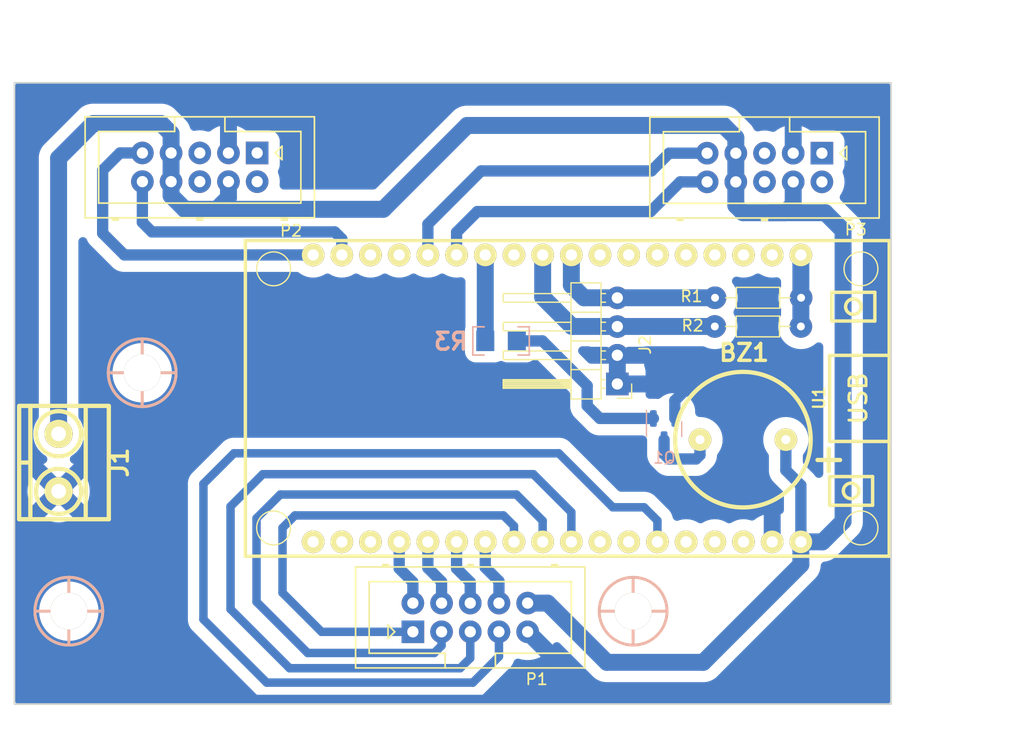
<source format=kicad_pcb>
(kicad_pcb (version 20221018) (generator pcbnew)
  (layers (0 "F.Cu" signal) (31 "B.Cu" signal) (34 "B.Paste" user) (35 "F.Paste" user) (36 "B.SilkS" user "B.Silkscreen") (37 "F.SilkS" user "F.Silkscreen") (38 "B.Mask" user) (39 "F.Mask" user) (44 "Edge.Cuts" user))
  (net 0 "")
  (net 1 "+5V")
  (net 2 "Net-(BZ1-+)")
  (net 3 "GND")
  (net 4 "/PUSH_2")
  (net 5 "/PUSH_1")
  (net 6 "/SENSOR_5")
  (net 7 "/SENSOR_1")
  (net 8 "/SENSOR_6")
  (net 9 "/SENSOR_2")
  (net 10 "/SENSOR_7")
  (net 11 "/SENSOR_3")
  (net 12 "/SENSOR_8")
  (net 13 "/SENSOR_4")
  (net 14 "/M1A")
  (net 15 "/M1B")
  (net 20 "/M2B")
  (net 21 "/M2A")
  (net 22 "Net-(Q1-G)")
  (net 23 "+3V3")
  (net 24 "/BUZZER")
  (footprint "EESTN5-v2:Header_2x05x2.54mm_Vertical" (layer "F.Cu") (at 117.885279 88.324721 180)
    (fp_text reference "P2" (at -8.08 -5.62) (layer "F.SilkS"))
    (fp_text value "HEADER_02X05")
    (fp_line (start -10.15 -4.47) (end 10.15 -4.47) (stroke (width 0.15)) (layer "F.SilkS"))
    (fp_line (start -10.15 4.47) (end -10.15 -4.47) (stroke (width 0.15)) (layer "F.SilkS"))
    (fp_line (start -8.95 -3.17) (end 8.95 -3.17) (stroke (width 0.15)) (layer "F.SilkS"))
    (fp_line (start -8.95 3.17) (end -8.95 -3.17) (stroke (width 0.15)) (layer "F.SilkS"))
    (fp_line (start -7.73 -4.67) (end -7.23 -4.67) (stroke (width 0.15)) (layer "F.SilkS"))
    (fp_line (start -7.73 -4.57) (end -7.23 -4.57) (stroke (width 0.15)) (layer "F.SilkS"))
    (fp_line (start -7.73 -4.47) (end -7.73 -4.67) (stroke (width 0.15)) (layer "F.SilkS"))
    (fp_line (start -7.28 0.67) (end -6.68 1.27) (stroke (width 0.15)) (layer "F.SilkS"))
    (fp_line (start -7.28 1.87) (end -7.28 0.67) (stroke (width 0.15)) (layer "F.SilkS"))
    (fp_line (start -7.23 -4.67) (end -7.23 -4.47) (stroke (width 0.15)) (layer "F.SilkS"))
    (fp_line (start -6.68 1.27) (end -7.28 1.87) (stroke (width 0.15)) (layer "F.SilkS"))
    (fp_line (start -2.225 3.17) (end -8.95 3.17) (stroke (width 0.15)) (layer "F.SilkS"))
    (fp_line (start -2.225 4.47) (end -2.225 3.17) (stroke (width 0.15)) (layer "F.SilkS"))
    (fp_line (start -0.25 -4.67) (end 0.25 -4.67) (stroke (width 0.15)) (layer "F.SilkS"))
    (fp_line (start -0.25 -4.57) (end 0.25 -4.57) (stroke (width 0.15)) (layer "F.SilkS"))
    (fp_line (start -0.25 -4.47) (end -0.25 -4.67) (stroke (width 0.15)) (layer "F.SilkS"))
    (fp_line (start 0.25 -4.67) (end 0.25 -4.47) (stroke (width 0.15)) (layer "F.SilkS"))
    (fp_line (start 2.225 3.17) (end 2.225 4.47) (stroke (width 0.15)) (layer "F.SilkS"))
    (fp_line (start 7.23 -4.67) (end 7.73 -4.67) (stroke (width 0.15)) (layer "F.SilkS"))
    (fp_line (start 7.23 -4.57) (end 7.73 -4.57) (stroke (width 0.15)) (layer "F.SilkS"))
    (fp_line (start 7.23 -4.47) (end 7.23 -4.67) (stroke (width 0.15)) (layer "F.SilkS"))
    (fp_line (start 7.73 -4.67) (end 7.73 -4.47) (stroke (width 0.15)) (layer "F.SilkS"))
    (fp_line (start 8.95 -3.17) (end 8.95 3.17) (stroke (width 0.15)) (layer "F.SilkS"))
    (fp_line (start 8.95 3.17) (end 2.225 3.17) (stroke (width 0.15)) (layer "F.SilkS"))
    (fp_line (start 10.15 -4.47) (end 10.15 4.47) (stroke (width 0.15)) (layer "F.SilkS"))
    (fp_line (start 10.15 4.47) (end -10.15 4.47) (stroke (width 0.15)) (layer "F.SilkS"))
    (pad "1" thru_hole rect (at -5.08 1.27 180) (size 2 2) (drill 1) (layers "*.Cu" "*.Mask"))
    (pad "2" thru_hole circle (at -5.08 -1.27 180) (size 2 2) (drill 1) (layers "*.Cu" "*.Mask"))
    (pad "3" thru_hole circle (at -2.54 1.27 180) (size 2 2) (drill 1) (layers "*.Cu" "*.Mask") (net 3 "GND"))
    (pad "4" thru_hole circle (at -2.54 -1.27 180) (size 2 2) (drill 1) (layers "*.Cu" "*.Mask") (net 1 "+5V"))
    (pad "5" thru_hole circle (at 0 1.27 180) (size 2 2) (drill 1) (layers "*.Cu" "*.Mask"))
    (pad "6" thru_hole circle (at 0 -1.27 180) (size 2 2) (drill 1) (layers "*.Cu" "*.Mask"))
    (pad "7" thru_hole circle (at 2.54 1.27 180) (size 2 2) (drill 1) (layers "*.Cu" "*.Mask") (net 1 "+5V"))
    (pad "8" thru_hole circle (at 2.54 -1.27 180) (size 2 2) (drill 1) (layers "*.Cu" "*.Mask") (net 1 "+5V"))
    (pad "9" thru_hole circle (at 5.08 1.27 180) (size 2 2) (drill 1) (layers "*.Cu" "*.Mask") (net 15 "/M1B"))
    (pad "10" thru_hole circle (at 5.08 -1.27 180) (size 2 2) (drill 1) (layers "*.Cu" "*.Mask") (net 14 "/M1A"))
  )
  (footprint "EESTN5-v2:Separador_M3_5mm" (layer "F.Cu") (at 156.25 127.622221)
    (fp_text reference "H2" hide)
    (fp_text value "Mounting_Hole" hide)
    (fp_line (start -3 0) (end 3 0) (stroke (width 0.254)) (layer "B.SilkS"))
    (fp_line (start 0 -3) (end 0 3) (stroke (width 0.254)) (layer "B.SilkS"))
    (fp_circle (center 0 0) (end 3 0) (stroke (width 0.254)) (fill none) (layer "B.SilkS"))
    (fp_line (start -3 0) (end 3 0) (stroke (width 0.254)) (layer "F.SilkS"))
    (fp_line (start 0 -3) (end 0 3) (stroke (width 0.254)) (layer "F.SilkS"))
    (fp_circle (center 0 0) (end 3 0) (stroke (width 0.254)) (fill none) (layer "F.SilkS"))
    (pad "1" thru_hole circle (at 0 0) (size 3.25 3.25) (drill 3.25) (layers "*.Cu" "F.SilkS"))
  )
  (footprint "EESTN5-v2:ESP32_DEVKIT_V1_DOIT" (layer "F.Cu") (at 148.2401 108.7832)
    (fp_text reference "U1" (at 24.470179 -0.038479 90) (layer "F.SilkS") (effects (font (size 1.016 1.016) (thickness 0.2032))))
    (fp_text value "ESP32_DevKit_V1_DOIT" hide)
    (fp_text user "USB" (at 27.94 0 90) (layer "F.SilkS") (effects (font (size 1.524 1.524) (thickness 0.254))))
    (fp_line (start -26.32 -13.97) (end -26.32 13.97) (stroke (width 0.3048)) (layer "F.SilkS"))
    (fp_line (start -26.32 -13.97) (end 30.68 -13.97) (stroke (width 0.3048)) (layer "F.SilkS"))
    (fp_line (start -26.32 13.97) (end 30.68 13.97) (stroke (width 0.3048)) (layer "F.SilkS"))
    (fp_line (start 25.4 -3.81) (end 25.4 3.81) (stroke (width 0.3048)) (layer "F.SilkS"))
    (fp_line (start 25.4 3.81) (end 30.48 3.81) (stroke (width 0.3048)) (layer "F.SilkS"))
    (fp_line (start 25.4 6.92) (end 29.21 6.92) (stroke (width 0.3048)) (layer "F.SilkS"))
    (fp_line (start 25.4 9.46) (end 25.4 6.92) (stroke (width 0.3048)) (layer "F.SilkS"))
    (fp_line (start 25.6 -9.39) (end 25.6 -6.85) (stroke (width 0.3048)) (layer "F.SilkS"))
    (fp_line (start 25.6 -6.85) (end 29.41 -6.85) (stroke (width 0.3048)) (layer "F.SilkS"))
    (fp_line (start 29.21 6.92) (end 29.21 9.46) (stroke (width 0.3048)) (layer "F.SilkS"))
    (fp_line (start 29.21 9.46) (end 25.4 9.46) (stroke (width 0.3048)) (layer "F.SilkS"))
    (fp_line (start 29.41 -9.39) (end 25.6 -9.39) (stroke (width 0.3048)) (layer "F.SilkS"))
    (fp_line (start 29.41 -6.85) (end 29.41 -9.39) (stroke (width 0.3048)) (layer "F.SilkS"))
    (fp_line (start 30.48 -3.81) (end 25.4 -3.81) (stroke (width 0.3048)) (layer "F.SilkS"))
    (fp_line (start 30.68 13.97) (end 30.68 -13.97) (stroke (width 0.3048)) (layer "F.SilkS"))
    (fp_circle (center -23.82 -11.47) (end -22.32 -11.47) (stroke (width 0.12)) (fill none) (layer "F.SilkS"))
    (fp_circle (center -23.82 11.47) (end -22.32 11.47) (stroke (width 0.12)) (fill none) (layer "F.SilkS"))
    (fp_circle (center 27.305 8.19) (end 27.8765 8.571) (stroke (width 0.3048)) (fill none) (layer "F.SilkS"))
    (fp_circle (center 27.505 -8.12) (end 28.0765 -7.739) (stroke (width 0.3048)) (fill none) (layer "F.SilkS"))
    (fp_circle (center 28.18 -11.47) (end 29.68 -11.47) (stroke (width 0.12)) (fill none) (layer "F.SilkS"))
    (fp_circle (center 28.18 11.47) (end 29.68 11.47) (stroke (width 0.12)) (fill none) (layer "F.SilkS"))
    (pad "1" thru_hole circle (at -20.32 12.7 180) (size 2 2) (drill 1) (layers "*.Cu" "*.Mask" "F.SilkS"))
    (pad "2" thru_hole circle (at -17.78 12.7 180) (size 2 2) (drill 1) (layers "*.Cu" "*.Mask" "F.SilkS"))
    (pad "3" thru_hole circle (at -15.24 12.7 180) (size 2 2) (drill 1) (layers "*.Cu" "*.Mask" "F.SilkS"))
    (pad "4" thru_hole circle (at -12.7 12.7 180) (size 2 2) (drill 1) (layers "*.Cu" "*.Mask" "F.SilkS") (net 7 "/SENSOR_1"))
    (pad "5" thru_hole circle (at -10.16 12.7 180) (size 2 2) (drill 1) (layers "*.Cu" "*.Mask" "F.SilkS") (net 9 "/SENSOR_2"))
    (pad "6" thru_hole circle (at -7.62 12.7 180) (size 2 2) (drill 1) (layers "*.Cu" "*.Mask" "F.SilkS") (net 11 "/SENSOR_3"))
    (pad "7" thru_hole circle (at -5.08 12.7 180) (size 2 2) (drill 1) (layers "*.Cu" "*.Mask" "F.SilkS") (net 13 "/SENSOR_4"))
    (pad "8" thru_hole circle (at -2.54 12.7 180) (size 2 2) (drill 1) (layers "*.Cu" "*.Mask" "F.SilkS") (net 6 "/SENSOR_5"))
    (pad "9" thru_hole circle (at 0 12.7 180) (size 2 2) (drill 1) (layers "*.Cu" "*.Mask" "F.SilkS") (net 8 "/SENSOR_6"))
    (pad "10" thru_hole circle (at 2.54 12.7 180) (size 2 2) (drill 1) (layers "*.Cu" "*.Mask" "F.SilkS") (net 10 "/SENSOR_7"))
    (pad "11" thru_hole circle (at 5.08 12.7 180) (size 2 2) (drill 1) (layers "*.Cu" "*.Mask" "F.SilkS"))
    (pad "12" thru_hole circle (at 7.62 12.7 180) (size 2 2) (drill 1) (layers "*.Cu" "*.Mask" "F.SilkS"))
    (pad "13" thru_hole circle (at 10.16 12.7 180) (size 2 2) (drill 1) (layers "*.Cu" "*.Mask" "F.SilkS") (net 12 "/SENSOR_8"))
    (pad "14" thru_hole circle (at 12.7 12.7 180) (size 2 2) (drill 1) (layers "*.Cu" "*.Mask" "F.SilkS"))
    (pad "15" thru_hole circle (at 15.24 12.7 180) (size 2 2) (drill 1) (layers "*.Cu" "*.Mask" "F.SilkS"))
    (pad "16" thru_hole circle (at 17.78 12.7 180) (size 2 2) (drill 1) (layers "*.Cu" "*.Mask" "F.SilkS"))
    (pad "17" thru_hole circle (at 20.32 12.7 180) (size 2 2) (drill 1) (layers "*.Cu" "*.Mask" "F.SilkS") (net 3 "GND"))
    (pad "18" thru_hole circle (at 22.86 12.7 180) (size 2 2) (drill 1) (layers "*.Cu" "*.Mask" "F.SilkS") (net 1 "+5V"))
    (pad "19" thru_hole circle (at 22.86 -12.7 180) (size 2 2) (drill 1) (layers "*.Cu" "*.Mask" "F.SilkS") (net 23 "+3V3"))
    (pad "20" thru_hole circle (at 20.32 -12.7 180) (size 2 2) (drill 1) (layers "*.Cu" "*.Mask" "F.SilkS"))
    (pad "21" thru_hole circle (at 17.78 -12.7 180) (size 2 2) (drill 1) (layers "*.Cu" "*.Mask" "F.SilkS"))
    (pad "22" thru_hole circle (at 15.24 -12.7 180) (size 2 2) (drill 1) (layers "*.Cu" "*.Mask" "F.SilkS"))
    (pad "23" thru_hole circle (at 12.7 -12.7 180) (size 2 2) (drill 1) (layers "*.Cu" "*.Mask" "F.SilkS"))
    (pad "24" thru_hole circle (at 10.16 -12.7 180) (size 2 2) (drill 1) (layers "*.Cu" "*.Mask" "F.SilkS"))
    (pad "25" thru_hole circle (at 7.62 -12.7 180) (size 2 2) (drill 1) (layers "*.Cu" "*.Mask" "F.SilkS"))
    (pad "26" thru_hole circle (at 5.08 -12.7 180) (size 2 2) (drill 1) (layers "*.Cu" "*.Mask" "F.SilkS"))
    (pad "27" thru_hole circle (at 2.54 -12.7 180) (size 2 2) (drill 1) (layers "*.Cu" "*.Mask" "F.SilkS") (net 5 "/PUSH_1"))
    (pad "28" thru_hole circle (at 0 -12.7 180) (size 2 2) (drill 1) (layers "*.Cu" "*.Mask" "F.SilkS") (net 4 "/PUSH_2"))
    (pad "29" thru_hole circle (at -2.54 -12.7 180) (size 2 2) (drill 1) (layers "*.Cu" "*.Mask" "F.SilkS"))
    (pad "30" thru_hole circle (at -5.08 -12.7 180) (size 2 2) (drill 1) (layers "*.Cu" "*.Mask" "F.SilkS") (net 24 "/BUZZER"))
    (pad "31" thru_hole circle (at -7.62 -12.7 180) (size 2 2) (drill 1) (layers "*.Cu" "*.Mask" "F.SilkS") (net 21 "/M2A"))
    (pad "32" thru_hole circle (at -10.16 -12.7 180) (size 2 2) (drill 1) (layers "*.Cu" "*.Mask" "F.SilkS") (net 20 "/M2B"))
    (pad "33" thru_hole circle (at -12.7 -12.7 180) (size 2 2) (drill 1) (layers "*.Cu" "*.Mask" "F.SilkS"))
    (pad "34" thru_hole circle (at -15.24 -12.7 180) (size 2 2) (drill 1) (layers "*.Cu" "*.Mask" "F.SilkS"))
    (pad "35" thru_hole circle (at -17.78 -12.7 180) (size 2 2) (drill 1) (layers "*.Cu" "*.Mask" "F.SilkS") (net 14 "/M1A"))
    (pad "36" thru_hole circle (at -20.32 -12.7 180) (size 2 2) (drill 1) (layers "*.Cu" "*.Mask" "F.SilkS") (net 15 "/M1B"))
  )
  (footprint "EESTN5-v2:Separador_M3_5mm" (layer "F.Cu") (at 112.787779 106.512221)
    (fp_text reference "H1" hide)
    (fp_text value "Mounting_Hole" hide)
    (fp_line (start -3 0) (end 3 0) (stroke (width 0.254)) (layer "B.SilkS"))
    (fp_line (start 0 -3) (end 0 3) (stroke (width 0.254)) (layer "B.SilkS"))
    (fp_circle (center 0 0) (end 3 0) (stroke (width 0.254)) (fill none) (layer "B.SilkS"))
    (fp_line (start -3 0) (end 3 0) (stroke (width 0.254)) (layer "F.SilkS"))
    (fp_line (start 0 -3) (end 0 3) (stroke (width 0.254)) (layer "F.SilkS"))
    (fp_circle (center 0 0) (end 3 0) (stroke (width 0.254)) (fill none) (layer "F.SilkS"))
    (pad "1" thru_hole circle (at 0 0) (size 3.25 3.25) (drill 3.25) (layers "*.Cu" "F.SilkS"))
  )
  (footprint "EESTN5-v2:Separador_M3_5mm" (layer "F.Cu") (at 106.292779 127.622221)
    (fp_text reference "H3" hide)
    (fp_text value "Mounting_Hole" hide)
    (fp_line (start -3 0) (end 3 0) (stroke (width 0.254)) (layer "B.SilkS"))
    (fp_line (start 0 -3) (end 0 3) (stroke (width 0.254)) (layer "B.SilkS"))
    (fp_circle (center 0 0) (end 3 0) (stroke (width 0.254)) (fill none) (layer "B.SilkS"))
    (fp_line (start -3 0) (end 3 0) (stroke (width 0.254)) (layer "F.SilkS"))
    (fp_line (start 0 -3) (end 0 3) (stroke (width 0.254)) (layer "F.SilkS"))
    (fp_circle (center 0 0) (end 3 0) (stroke (width 0.254)) (fill none) (layer "F.SilkS"))
    (pad "1" thru_hole circle (at 0 0) (size 3.25 3.25) (drill 3.25) (layers "*.Cu" "F.SilkS"))
  )
  (footprint "Connector_PinHeader_2.54mm:PinHeader_1x04_P2.54mm_Horizontal" (layer "F.Cu") (at 154.85 107.505 180)
    (fp_text reference "J2" (at -2.460279 3.460279 90) (layer "F.SilkS"))
    (fp_text value "Conn_01x04_Pin")
    (fp_line (start -1.27 -1.27) (end 0 -1.27) (stroke (width 0.12)) (layer "F.SilkS"))
    (fp_line (start -1.27 0) (end -1.27 -1.27) (stroke (width 0.12)) (layer "F.SilkS"))
    (fp_line (start 1.042929 2.16) (end 1.44 2.16) (stroke (width 0.12)) (layer "F.SilkS"))
    (fp_line (start 1.042929 2.92) (end 1.44 2.92) (stroke (width 0.12)) (layer "F.SilkS"))
    (fp_line (start 1.042929 4.7) (end 1.44 4.7) (stroke (width 0.12)) (layer "F.SilkS"))
    (fp_line (start 1.042929 5.46) (end 1.44 5.46) (stroke (width 0.12)) (layer "F.SilkS"))
    (fp_line (start 1.042929 7.24) (end 1.44 7.24) (stroke (width 0.12)) (layer "F.SilkS"))
    (fp_line (start 1.042929 8) (end 1.44 8) (stroke (width 0.12)) (layer "F.SilkS"))
    (fp_line (start 1.11 -0.38) (end 1.44 -0.38) (stroke (width 0.12)) (layer "F.SilkS"))
    (fp_line (start 1.11 0.38) (end 1.44 0.38) (stroke (width 0.12)) (layer "F.SilkS"))
    (fp_line (start 1.44 -1.33) (end 1.44 8.95) (stroke (width 0.12)) (layer "F.SilkS"))
    (fp_line (start 1.44 1.27) (end 4.1 1.27) (stroke (width 0.12)) (layer "F.SilkS"))
    (fp_line (start 1.44 3.81) (end 4.1 3.81) (stroke (width 0.12)) (layer "F.SilkS"))
    (fp_line (start 1.44 6.35) (end 4.1 6.35) (stroke (width 0.12)) (layer "F.SilkS"))
    (fp_line (start 1.44 8.95) (end 4.1 8.95) (stroke (width 0.12)) (layer "F.SilkS"))
    (fp_line (start 4.1 -1.33) (end 1.44 -1.33) (stroke (width 0.12)) (layer "F.SilkS"))
    (fp_line (start 4.1 -0.38) (end 10.1 -0.38) (stroke (width 0.12)) (layer "F.SilkS"))
    (fp_line (start 4.1 -0.32) (end 10.1 -0.32) (stroke (width 0.12)) (layer "F.SilkS"))
    (fp_line (start 4.1 -0.2) (end 10.1 -0.2) (stroke (width 0.12)) (layer "F.SilkS"))
    (fp_line (start 4.1 -0.08) (end 10.1 -0.08) (stroke (width 0.12)) (layer "F.SilkS"))
    (fp_line (start 4.1 0.04) (end 10.1 0.04) (stroke (width 0.12)) (layer "F.SilkS"))
    (fp_line (start 4.1 0.16) (end 10.1 0.16) (stroke (width 0.12)) (layer "F.SilkS"))
    (fp_line (start 4.1 0.28) (end 10.1 0.28) (stroke (width 0.12)) (layer "F.SilkS"))
    (fp_line (start 4.1 2.16) (end 10.1 2.16) (stroke (width 0.12)) (layer "F.SilkS"))
    (fp_line (start 4.1 4.7) (end 10.1 4.7) (stroke (width 0.12)) (layer "F.SilkS"))
    (fp_line (start 4.1 7.24) (end 10.1 7.24) (stroke (width 0.12)) (layer "F.SilkS"))
    (fp_line (start 4.1 8.95) (end 4.1 -1.33) (stroke (width 0.12)) (layer "F.SilkS"))
    (fp_line (start 10.1 -0.38) (end 10.1 0.38) (stroke (width 0.12)) (layer "F.SilkS"))
    (fp_line (start 10.1 0.38) (end 4.1 0.38) (stroke (width 0.12)) (layer "F.SilkS"))
    (fp_line (start 10.1 2.16) (end 10.1 2.92) (stroke (width 0.12)) (layer "F.SilkS"))
    (fp_line (start 10.1 2.92) (end 4.1 2.92) (stroke (width 0.12)) (layer "F.SilkS"))
    (fp_line (start 10.1 4.7) (end 10.1 5.46) (stroke (width 0.12)) (layer "F.SilkS"))
    (fp_line (start 10.1 5.46) (end 4.1 5.46) (stroke (width 0.12)) (layer "F.SilkS"))
    (fp_line (start 10.1 7.24) (end 10.1 8) (stroke (width 0.12)) (layer "F.SilkS"))
    (fp_line (start 10.1 8) (end 4.1 8) (stroke (width 0.12)) (layer "F.SilkS"))
    (pad "1" thru_hole rect (at 0 0 180) (size 2 2) (drill 1) (layers "*.Cu" "*.Mask") (net 3 "GND"))
    (pad "2" thru_hole oval (at 0 2.54 180) (size 2 2) (drill 1) (layers "*.Cu" "*.Mask") (net 3 "GND"))
    (pad "3" thru_hole oval (at 0 5.08 180) (size 2 2) (drill 1) (layers "*.Cu" "*.Mask") (net 4 "/PUSH_2"))
    (pad "4" thru_hole oval (at 0 7.62 180) (size 2 2) (drill 1) (layers "*.Cu" "*.Mask") (net 5 "/PUSH_1"))
  )
  (footprint "EESTN5-v2:BORNERA2_AZUL" (layer "F.Cu") (at 105.387779 114.462221 -90)
    (fp_text reference "J1" (at 0 -5.4 90) (layer "F.SilkS") (effects (font (size 1.5 1.5) (thickness 0.3))))
    (fp_text value "TB_1X2" hide)
    (fp_line (start -5.0165 -4.445) (end -5.0165 3.4925) (stroke (width 0.381)) (layer "F.SilkS"))
    (fp_line (start -5 -2.4) (end 5 -2.4) (stroke (width 0.381)) (layer "F.SilkS"))
    (fp_line (start -5 2.5) (end 5 2.5) (stroke (width 0.381)) (layer "F.SilkS"))
    (fp_line (start -4.9835 3.4925) (end 5.0165 3.4925) (stroke (width 0.381)) (layer "F.SilkS"))
    (fp_line (start 0 2.54) (end 0 3.4845) (stroke (width 0.381)) (layer "F.SilkS"))
    (fp_line (start 5.0165 -4.445) (end -4.9835 -4.445) (stroke (width 0.381)) (layer "F.SilkS"))
    (fp_line (start 5.0165 3.4925) (end 5.0165 -4.445) (stroke (width 0.381)) (layer "F.SilkS"))
    (fp_circle (center -2.55 0) (end -0.55 0) (stroke (width 0.381)) (fill none) (layer "F.SilkS"))
    (fp_circle (center 2.55 0) (end 0.55 0) (stroke (width 0.381)) (fill none) (layer "F.SilkS"))
    (pad "1" thru_hole circle (at -2.54 0 270) (size 2.5 2.5) (drill 1.3) (layers "*.Cu" "*.Mask" "F.SilkS") (net 1 "+5V"))
    (pad "2" thru_hole circle (at 2.54 0 270) (size 2.5 2.5) (drill 1.3) (layers "*.Cu" "*.Mask" "F.SilkS") (net 3 "GND"))
  )
  (footprint "EESTN5-v2:Buzzer_12mm" (layer "F.Cu") (at 165.97 112.435)
    (fp_text reference "BZ1" (at 0.1 -7.7) (layer "F.SilkS") (effects (font (size 1.5 1.5) (thickness 0.3))))
    (fp_text value "Buzzer" hide)
    (fp_line (start 6.6 1.8) (end 8.6 1.8) (stroke (width 0.37846)) (layer "F.SilkS"))
    (fp_line (start 7.6 2.8) (end 7.6 0.8) (stroke (width 0.37846)) (layer "F.SilkS"))
    (fp_circle (center 0 0) (end -6 0) (stroke (width 0.37846)) (fill none) (layer "F.SilkS"))
    (pad "1" thru_hole circle (at 3.8 0) (size 2 2) (drill 0.8) (layers "*.Cu" "*.Mask" "F.SilkS") (net 1 "+5V"))
    (pad "2" thru_hole circle (at -3.8 0) (size 2 2) (drill 0.8) (layers "*.Cu" "*.Mask" "F.SilkS") (net 2 "Net-(BZ1-+)"))
  )
  (footprint "EESTN5-v2:Header_2x05x2.54mm_Vertical" (layer "F.Cu") (at 167.880279 88.344721 180)
    (fp_text reference "P3" (at -8.08 -5.5) (layer "F.SilkS"))
    (fp_text value "HEADER_02X05")
    (fp_line (start -10.15 -4.47) (end 10.15 -4.47) (stroke (width 0.15)) (layer "F.SilkS"))
    (fp_line (start -10.15 4.47) (end -10.15 -4.47) (stroke (width 0.15)) (layer "F.SilkS"))
    (fp_line (start -8.95 -3.17) (end 8.95 -3.17) (stroke (width 0.15)) (layer "F.SilkS"))
    (fp_line (start -8.95 3.17) (end -8.95 -3.17) (stroke (width 0.15)) (layer "F.SilkS"))
    (fp_line (start -7.73 -4.67) (end -7.23 -4.67) (stroke (width 0.15)) (layer "F.SilkS"))
    (fp_line (start -7.73 -4.57) (end -7.23 -4.57) (stroke (width 0.15)) (layer "F.SilkS"))
    (fp_line (start -7.73 -4.47) (end -7.73 -4.67) (stroke (width 0.15)) (layer "F.SilkS"))
    (fp_line (start -7.28 0.67) (end -6.68 1.27) (stroke (width 0.15)) (layer "F.SilkS"))
    (fp_line (start -7.28 1.87) (end -7.28 0.67) (stroke (width 0.15)) (layer "F.SilkS"))
    (fp_line (start -7.23 -4.67) (end -7.23 -4.47) (stroke (width 0.15)) (layer "F.SilkS"))
    (fp_line (start -6.68 1.27) (end -7.28 1.87) (stroke (width 0.15)) (layer "F.SilkS"))
    (fp_line (start -2.225 3.17) (end -8.95 3.17) (stroke (width 0.15)) (layer "F.SilkS"))
    (fp_line (start -2.225 4.47) (end -2.225 3.17) (stroke (width 0.15)) (layer "F.SilkS"))
    (fp_line (start -0.25 -4.67) (end 0.25 -4.67) (stroke (width 0.15)) (layer "F.SilkS"))
    (fp_line (start -0.25 -4.57) (end 0.25 -4.57) (stroke (width 0.15)) (layer "F.SilkS"))
    (fp_line (start -0.25 -4.47) (end -0.25 -4.67) (stroke (width 0.15)) (layer "F.SilkS"))
    (fp_line (start 0.25 -4.67) (end 0.25 -4.47) (stroke (width 0.15)) (layer "F.SilkS"))
    (fp_line (start 2.225 3.17) (end 2.225 4.47) (stroke (width 0.15)) (layer "F.SilkS"))
    (fp_line (start 7.23 -4.67) (end 7.73 -4.67) (stroke (width 0.15)) (layer "F.SilkS"))
    (fp_line (start 7.23 -4.57) (end 7.73 -4.57) (stroke (width 0.15)) (layer "F.SilkS"))
    (fp_line (start 7.23 -4.47) (end 7.23 -4.67) (stroke (width 0.15)) (layer "F.SilkS"))
    (fp_line (start 7.73 -4.67) (end 7.73 -4.47) (stroke (width 0.15)) (layer "F.SilkS"))
    (fp_line (start 8.95 -3.17) (end 8.95 3.17) (stroke (width 0.15)) (layer "F.SilkS"))
    (fp_line (start 8.95 3.17) (end 2.225 3.17) (stroke (width 0.15)) (layer "F.SilkS"))
    (fp_line (start 10.15 -4.47) (end 10.15 4.47) (stroke (width 0.15)) (layer "F.SilkS"))
    (fp_line (start 10.15 4.47) (end -10.15 4.47) (stroke (width 0.15)) (layer "F.SilkS"))
    (pad "1" thru_hole rect (at -5.08 1.27 180) (size 2 2) (drill 1) (layers "*.Cu" "*.Mask"))
    (pad "2" thru_hole circle (at -5.08 -1.27 180) (size 2 2) (drill 1) (layers "*.Cu" "*.Mask"))
    (pad "3" thru_hole circle (at -2.54 1.27 180) (size 2 2) (drill 1) (layers "*.Cu" "*.Mask") (net 3 "GND"))
    (pad "4" thru_hole circle (at -2.54 -1.27 180) (size 2 2) (drill 1) (layers "*.Cu" "*.Mask") (net 1 "+5V"))
    (pad "5" thru_hole circle (at 0 1.27 180) (size 2 2) (drill 1) (layers "*.Cu" "*.Mask"))
    (pad "6" thru_hole circle (at 0 -1.27 180) (size 2 2) (drill 1) (layers "*.Cu" "*.Mask"))
    (pad "7" thru_hole circle (at 2.54 1.27 180) (size 2 2) (drill 1) (layers "*.Cu" "*.Mask") (net 1 "+5V"))
    (pad "8" thru_hole circle (at 2.54 -1.27 180) (size 2 2) (drill 1) (layers "*.Cu" "*.Mask") (net 1 "+5V"))
    (pad "9" thru_hole circle (at 5.08 1.27 180) (size 2 2) (drill 1) (layers "*.Cu" "*.Mask") (net 20 "/M2B"))
    (pad "10" thru_hole circle (at 5.08 -1.27 180) (size 2 2) (drill 1) (layers "*.Cu" "*.Mask") (net 21 "/M2A"))
  )
  (footprint "Resistor_THT:R_Axial_DIN0204_L3.6mm_D1.6mm_P7.62mm_Horizontal" (layer "F.Cu") (at 171.1001 102.415 180)
    (fp_text reference "R2" (at 9.589821 0.070279) (layer "F.SilkS"))
    (fp_text value "4K7")
    (fp_line (start 0.94 0) (end 1.89 0) (stroke (width 0.12)) (layer "F.SilkS"))
    (fp_line (start 1.89 -0.92) (end 1.89 0.92) (stroke (width 0.12)) (layer "F.SilkS"))
    (fp_line (start 1.89 0.92) (end 5.73 0.92) (stroke (width 0.12)) (layer "F.SilkS"))
    (fp_line (start 5.73 -0.92) (end 1.89 -0.92) (stroke (width 0.12)) (layer "F.SilkS"))
    (fp_line (start 5.73 0.92) (end 5.73 -0.92) (stroke (width 0.12)) (layer "F.SilkS"))
    (fp_line (start 6.68 0) (end 5.73 0) (stroke (width 0.12)) (layer "F.SilkS"))
    (pad "1" thru_hole circle (at 0 0 180) (size 2 2) (drill 0.7) (layers "*.Cu" "*.Mask") (net 23 "+3V3"))
    (pad "2" thru_hole oval (at 7.62 0 180) (size 2 2) (drill 0.7) (layers "*.Cu" "*.Mask") (net 4 "/PUSH_2"))
  )
  (footprint "EESTN5-v2:Header_2x05x2.54mm_Vertical" (layer "F.Cu") (at 141.83 128.175)
    (fp_text reference "P1" (at 5.880279 5.469721) (layer "F.SilkS"))
    (fp_text value "HEADER_02X05")
    (fp_line (start -10.15 -4.47) (end 10.15 -4.47) (stroke (width 0.15)) (layer "F.SilkS"))
    (fp_line (start -10.15 4.47) (end -10.15 -4.47) (stroke (width 0.15)) (layer "F.SilkS"))
    (fp_line (start -8.95 -3.17) (end 8.95 -3.17) (stroke (width 0.15)) (layer "F.SilkS"))
    (fp_line (start -8.95 3.17) (end -8.95 -3.17) (stroke (width 0.15)) (layer "F.SilkS"))
    (fp_line (start -7.73 -4.67) (end -7.23 -4.67) (stroke (width 0.15)) (layer "F.SilkS"))
    (fp_line (start -7.73 -4.57) (end -7.23 -4.57) (stroke (width 0.15)) (layer "F.SilkS"))
    (fp_line (start -7.73 -4.47) (end -7.73 -4.67) (stroke (width 0.15)) (layer "F.SilkS"))
    (fp_line (start -7.28 0.67) (end -6.68 1.27) (stroke (width 0.15)) (layer "F.SilkS"))
    (fp_line (start -7.28 1.87) (end -7.28 0.67) (stroke (width 0.15)) (layer "F.SilkS"))
    (fp_line (start -7.23 -4.67) (end -7.23 -4.47) (stroke (width 0.15)) (layer "F.SilkS"))
    (fp_line (start -6.68 1.27) (end -7.28 1.87) (stroke (width 0.15)) (layer "F.SilkS"))
    (fp_line (start -2.225 3.17) (end -8.95 3.17) (stroke (width 0.15)) (layer "F.SilkS"))
    (fp_line (start -2.225 4.47) (end -2.225 3.17) (stroke (width 0.15)) (layer "F.SilkS"))
    (fp_line (start -0.25 -4.67) (end 0.25 -4.67) (stroke (width 0.15)) (layer "F.SilkS"))
    (fp_line (start -0.25 -4.57) (end 0.25 -4.57) (stroke (width 0.15)) (layer "F.SilkS"))
    (fp_line (start -0.25 -4.47) (end -0.25 -4.67) (stroke (width 0.15)) (layer "F.SilkS"))
    (fp_line (start 0.25 -4.67) (end 0.25 -4.47) (stroke (width 0.15)) (layer "F.SilkS"))
    (fp_line (start 2.225 3.17) (end 2.225 4.47) (stroke (width 0.15)) (layer "F.SilkS"))
    (fp_line (start 7.23 -4.67) (end 7.73 -4.67) (stroke (width 0.15)) (layer "F.SilkS"))
    (fp_line (start 7.23 -4.57) (end 7.73 -4.57) (stroke (width 0.15)) (layer "F.SilkS"))
    (fp_line (start 7.23 -4.47) (end 7.23 -4.67) (stroke (width 0.15)) (layer "F.SilkS"))
    (fp_line (start 7.73 -4.67) (end 7.73 -4.47) (stroke (width 0.15)) (layer "F.SilkS"))
    (fp_line (start 8.95 -3.17) (end 8.95 3.17) (stroke (width 0.15)) (layer "F.SilkS"))
    (fp_line (start 8.95 3.17) (end 2.225 3.17) (stroke (width 0.15)) (layer "F.SilkS"))
    (fp_line (start 10.15 -4.47) (end 10.15 4.47) (stroke (width 0.15)) (layer "F.SilkS"))
    (fp_line (start 10.15 4.47) (end -10.15 4.47) (stroke (width 0.15)) (layer "F.SilkS"))
    (pad "1" thru_hole rect (at -5.08 1.27) (size 2 2) (drill 1) (layers "*.Cu" "*.Mask") (net 6 "/SENSOR_5"))
    (pad "2" thru_hole circle (at -5.08 -1.27) (size 2 2) (drill 1) (layers "*.Cu" "*.Mask") (net 7 "/SENSOR_1"))
    (pad "3" thru_hole circle (at -2.54 1.27) (size 2 2) (drill 1) (layers "*.Cu" "*.Mask") (net 8 "/SENSOR_6"))
    (pad "4" thru_hole circle (at -2.54 -1.27) (size 2 2) (drill 1) (layers "*.Cu" "*.Mask") (net 9 "/SENSOR_2"))
    (pad "5" thru_hole circle (at 0 1.27) (size 2 2) (drill 1) (layers "*.Cu" "*.Mask") (net 10 "/SENSOR_7"))
    (pad "6" thru_hole circle (at 0 -1.27) (size 2 2) (drill 1) (layers "*.Cu" "*.Mask") (net 11 "/SENSOR_3"))
    (pad "7" thru_hole circle (at 2.54 1.27) (size 2 2) (drill 1) (layers "*.Cu" "*.Mask") (net 12 "/SENSOR_8"))
    (pad "8" thru_hole circle (at 2.54 -1.27) (size 2 2) (drill 1) (layers "*.Cu" "*.Mask") (net 13 "/SENSOR_4"))
    (pad "9" thru_hole circle (at 5.08 1.27) (size 2 2) (drill 1) (layers "*.Cu" "*.Mask") (net 3 "GND"))
    (pad "10" thru_hole circle (at 5.08 -1.27) (size 2 2) (drill 1) (layers "*.Cu" "*.Mask") (net 1 "+5V"))
  )
  (footprint "Resistor_THT:R_Axial_DIN0204_L3.6mm_D1.6mm_P7.62mm_Horizontal" (layer "F.Cu") (at 171.120279 99.875 180)
    (fp_text reference "R1" (at 9.71 0.130279) (layer "F.SilkS"))
    (fp_text value "4K7")
    (fp_line (start 0.94 0) (end 1.89 0) (stroke (width 0.12)) (layer "F.SilkS"))
    (fp_line (start 1.89 -0.92) (end 1.89 0.92) (stroke (width 0.12)) (layer "F.SilkS"))
    (fp_line (start 1.89 0.92) (end 5.73 0.92) (stroke (width 0.12)) (layer "F.SilkS"))
    (fp_line (start 5.73 -0.92) (end 1.89 -0.92) (stroke (width 0.12)) (layer "F.SilkS"))
    (fp_line (start 5.73 0.92) (end 5.73 -0.92) (stroke (width 0.12)) (layer "F.SilkS"))
    (fp_line (start 6.68 0) (end 5.73 0) (stroke (width 0.12)) (layer "F.SilkS"))
    (pad "1" thru_hole circle (at 0 0 180) (size 2 2) (drill 0.7) (layers "*.Cu" "*.Mask") (net 23 "+3V3"))
    (pad "2" thru_hole oval (at 7.62 0 180) (size 2 2) (drill 0.7) (layers "*.Cu" "*.Mask") (net 5 "/PUSH_1"))
  )
  (footprint "Package_TO_SOT_SMD:SOT-23" (layer "B.Cu") (at 158.99 111.4975 -90)
    (fp_text reference "Q1" (at 2.547221 -0.020279) (layer "B.SilkS") (effects (justify mirror)))
    (fp_text value "2N7002")
    (fp_line (start 0 -1.56) (end -0.65 -1.56) (stroke (width 0.12)) (layer "B.SilkS"))
    (fp_line (start 0 -1.56) (end 0.65 -1.56) (stroke (width 0.12)) (layer "B.SilkS"))
    (fp_line (start 0 1.56) (end -1.675 1.56) (stroke (width 0.12)) (layer "B.SilkS"))
    (fp_line (start 0 1.56) (end 0.65 1.56) (stroke (width 0.12)) (layer "B.SilkS"))
    (pad "1" smd roundrect (at -0.9375 0.95 270) (size 1.475 0.6) (layers "B.Cu" "B.Paste" "B.Mask") (net 22 "Net-(Q1-G)"))
    (pad "2" smd roundrect (at -0.9375 -0.95 270) (size 1.475 0.6) (layers "B.Cu" "B.Paste" "B.Mask") (net 3 "GND"))
    (pad "3" smd roundrect (at 0.9375 0 270) (size 1.475 0.6) (layers "B.Cu" "B.Paste" "B.Mask") (net 2 "Net-(BZ1-+)"))
  )
  (footprint "EESTN5-v2:R_1206" (layer "B.Cu") (at 144.5571 103.695)
    (fp_text reference "R3" (at -4.446821 0.049721) (layer "B.SilkS") (effects (font (size 1.5 1.5) (thickness 0.3)) (justify mirror)))
    (fp_text value "10K" hide)
    (fp_line (start -2.5 -1.25) (end -1.5 -1.25) (stroke (width 0.15)) (layer "B.SilkS"))
    (fp_line (start -2.5 1.25) (end -2.5 -1.25) (stroke (width 0.15)) (layer "B.SilkS"))
    (fp_line (start -1.5 1.25) (end -2.5 1.25) (stroke (width 0.15)) (layer "B.SilkS"))
    (fp_line (start 1.5 -1.25) (end 2.5 -1.25) (stroke (width 0.15)) (layer "B.SilkS"))
    (fp_line (start 1.5 1.25) (end 2.5 1.25) (stroke (width 0.15)) (layer "B.SilkS"))
    (fp_line (start 2.5 -1.25) (end 2.5 1.25) (stroke (width 0.15)) (layer "B.SilkS"))
    (pad "1" smd rect (at 1.397 0) (size 1.6002 1.8034) (layers "B.Cu" "B.Paste" "B.Mask") (net 22 "Net-(Q1-G)"))
    (pad "2" smd rect (at -1.397 0) (size 1.6002 1.8034) (layers "B.Cu" "B.Paste" "B.Mask") (net 24 "/BUZZER"))
  )
  (gr_rect (start 101.48 80.845) (end 179.08 135.845) (stroke (width 0.15)) (fill none) (layer "Edge.Cuts"))
  (segment (start 169.77 115.145) (end 171.1001 116.4751) (width 1) (layer "B.Cu") (net 1))
  (segment (start 164.260279 84.619721) (end 165.340279 85.699721) (width 1.5) (layer "B.Cu") (net 1))
  (segment (start 116.560279 92.044721) (end 115.345279 90.829721) (width 1.5) (layer "B.Cu") (net 1))
  (segment (start 120.425279 91.008934) (end 119.864492 91.569721) (width 1.5) (layer "B.Cu") (net 1))
  (segment (start 174.835279 119.669721) (end 173.0218 121.4832) (width 1.5) (layer "B.Cu") (net 1))
  (segment (start 119.389492 92.044721) (end 134.130279 92.044721) (width 1.5) (layer "B.Cu") (net 1))
  (segment (start 115.345279 85.339721) (end 114.450279 84.444721) (width 1.5) (layer "B.Cu") (net 1))
  (segment (start 169.685279 92.344721) (end 170.420279 91.609721) (width 1.5) (layer "B.Cu") (net 1))
  (segment (start 108.455279 84.444721) (end 105.387779 87.512221) (width 1.5) (layer "B.Cu") (net 1))
  (segment (start 141.555279 84.619721) (end 164.260279 84.619721) (width 1.5) (layer "B.Cu") (net 1))
  (segment (start 146.91 126.905) (end 148.68 126.905) (width 1.5) (layer "B.Cu") (net 1))
  (segment (start 165.985279 92.344721) (end 168.410279 92.344721) (width 1.5) (layer "B.Cu") (net 1))
  (segment (start 115.345279 87.054721) (end 115.345279 85.339721) (width 1.5) (layer "B.Cu") (net 1))
  (segment (start 115.345279 89.594721) (end 115.345279 87.054721) (width 1.5) (layer "B.Cu") (net 1))
  (segment (start 171.1001 123.5049) (end 171.1001 121.4832) (width 1.5) (layer "B.Cu") (net 1))
  (segment (start 134.130279 92.044721) (end 141.555279 84.619721) (width 1.5) (layer "B.Cu") (net 1))
  (segment (start 169.77 112.435) (end 169.77 115.145) (width 1) (layer "B.Cu") (net 1))
  (segment (start 165.340279 91.699721) (end 165.985279 92.344721) (width 1.5) (layer "B.Cu") (net 1))
  (segment (start 153.925 132.15) (end 162.455 132.15) (width 1.5) (layer "B.Cu") (net 1))
  (segment (start 120.425279 89.594721) (end 120.425279 91.008934) (width 1.5) (layer "B.Cu") (net 1))
  (segment (start 148.68 126.905) (end 153.925 132.15) (width 1.5) (layer "B.Cu") (net 1))
  (segment (start 168.410279 92.344721) (end 169.685279 92.344721) (width 1.5) (layer "B.Cu") (net 1))
  (segment (start 105.387779 87.512221) (end 105.387779 111.922221) (width 1.5) (layer "B.Cu") (net 1))
  (segment (start 162.455 132.15) (end 171.1001 123.5049) (width 1.5) (layer "B.Cu") (net 1))
  (segment (start 165.340279 87.074721) (end 165.340279 89.614721) (width 1.5) (layer "B.Cu") (net 1))
  (segment (start 115.345279 90.829721) (end 115.345279 89.594721) (width 1.5) (layer "B.Cu") (net 1))
  (segment (start 119.389492 92.044721) (end 116.560279 92.044721) (width 1.5) (layer "B.Cu") (net 1))
  (segment (start 171.1001 116.4751) (end 171.1001 121.4832) (width 1) (layer "B.Cu") (net 1))
  (segment (start 114.450279 84.444721) (end 108.455279 84.444721) (width 1.5) (layer "B.Cu") (net 1))
  (segment (start 174.835279 93.919721) (end 174.835279 119.669721) (width 1.5) (layer "B.Cu") (net 1))
  (segment (start 168.410279 92.344721) (end 173.260279 92.344721) (width 1.5) (layer "B.Cu") (net 1))
  (segment (start 165.340279 85.699721) (end 165.340279 87.074721) (width 1.5) (layer "B.Cu") (net 1))
  (segment (start 173.0218 121.4832) (end 171.1001 121.4832) (width 1.5) (layer "B.Cu") (net 1))
  (segment (start 170.420279 91.609721) (end 170.420279 89.614721) (width 1.5) (layer "B.Cu") (net 1))
  (segment (start 165.340279 89.614721) (end 165.340279 91.699721) (width 1.5) (layer "B.Cu") (net 1))
  (segment (start 119.864492 91.569721) (end 119.389492 92.044721) (width 1.5) (layer "B.Cu") (net 1))
  (segment (start 173.260279 92.344721) (end 174.835279 93.919721) (width 1.5) (layer "B.Cu") (net 1))
  (segment (start 161.82 114.145) (end 162.17 113.795) (width 1) (layer "B.Cu") (net 2))
  (segment (start 159.42 114.145) (end 161.82 114.145) (width 1) (layer "B.Cu") (net 2))
  (segment (start 158.99 113.715) (end 159.42 114.145) (width 1) (layer "B.Cu") (net 2))
  (segment (start 162.17 113.795) (end 162.17 112.435) (width 1) (layer "B.Cu") (net 2))
  (segment (start 158.99 112.435) (end 158.99 113.715) (width 1) (layer "B.Cu") (net 2))
  (segment (start 146.91 129.445) (end 148.57 131.105) (width 0.75) (layer "B.Cu") (net 3))
  (segment (start 149.87 110.345) (end 155.77 116.245) (width 1) (layer "B.Cu") (net 3))
  (segment (start 159.94 108.975) (end 160.97 107.945) (width 1) (layer "B.Cu") (net 3))
  (segment (start 159.94 110.56) (end 159.94 108.975) (width 1) (layer "B.Cu") (net 3))
  (segment (start 155.77 116.245) (end 166.07 116.245) (width 1) (layer "B.Cu") (net 3))
  (segment (start 121.225 135.47) (end 148.375 135.47) (width 0.75) (layer "B.Cu") (net 3))
  (segment (start 148.57 131.105) (end 148.57 132.495) (width 0.75) (layer "B.Cu") (net 3))
  (segment (start 168.5601 118.7351) (end 166.07 116.245) (width 1.5) (layer "B.Cu") (net 3))
  (segment (start 148.57 132.495) (end 145.670279 135.394721) (width 0.75) (layer "B.Cu") (net 3))
  (segment (start 168.5601 121.4832) (end 168.5601 118.7351) (width 1.5) (layer "B.Cu") (net 3))
  (segment (start 120.425279 87.054721) (end 120.425279 84.334721) (width 1.5) (layer "B.Cu") (net 3))
  (segment (start 120.425279 84.334721) (end 120.410279 84.319721) (width 1.5) (layer "B.Cu") (net 3))
  (segment (start 145.670279 135.394721) (end 122.560279 135.394721) (width 0.75) (layer "B.Cu") (net 3))
  (segment (start 170.420279 87.074721) (end 170.420279 84.154721) (width 1.5) (layer "B.Cu") (net 3))
  (segment (start 170.420279 84.154721) (end 170.410279 84.144721) (width 1.5) (layer "B.Cu") (net 3))
  (segment (start 154.8625 102.415) (end 150.84 102.415) (width 1.5) (layer "B.Cu") (net 4))
  (segment (start 150.84 102.415) (end 148.2401 99.8151) (width 1.5) (layer "B.Cu") (net 4))
  (segment (start 148.2401 99.8151) (end 148.2401 96.0832) (width 1.5) (layer "B.Cu") (net 4))
  (segment (start 163.4801 102.415) (end 154.8625 102.415) (width 1.5) (layer "B.Cu") (net 4))
  (segment (start 150.7801 98.7551) (end 150.7801 96.0832) (width 1.5) (layer "B.Cu") (net 5))
  (segment (start 151.9 99.875) (end 150.7801 98.7551) (width 1.5) (layer "B.Cu") (net 5))
  (segment (start 163.500279 99.875) (end 151.9 99.875) (width 1.5) (layer "B.Cu") (net 5))
  (segment (start 136.745 129.45) (end 136.75 129.445) (width 0.75) (layer "B.Cu") (net 6))
  (segment (start 128.665558 129.45) (end 136.745 129.45) (width 0.75) (layer "B.Cu") (net 6))
  (segment (start 125.210279 120.244721) (end 125.210279 125.994721) (width 0.75) (layer "B.Cu") (net 6))
  (segment (start 145.7001 121.4832) (end 145.7001 120.0751) (width 0.75) (layer "B.Cu") (net 6))
  (segment (start 126.31 119.145) (end 125.210279 120.244721) (width 0.75) (layer "B.Cu") (net 6))
  (segment (start 145.7001 120.0751) (end 144.77 119.145) (width 0.75) (layer "B.Cu") (net 6))
  (segment (start 144.77 119.145) (end 126.31 119.145) (width 0.75) (layer "B.Cu") (net 6))
  (segment (start 125.210279 125.994721) (end 128.665558 129.45) (width 0.75) (layer "B.Cu") (net 6))
  (segment (start 135.5401 123.8351) (end 135.5401 121.4832) (width 1) (layer "B.Cu") (net 7))
  (segment (start 136.75 126.905) (end 136.75 125.045) (width 1) (layer "B.Cu") (net 7))
  (segment (start 136.75 125.045) (end 135.5401 123.8351) (width 1) (layer "B.Cu") (net 7))
  (segment (start 125.010279 117.294721) (end 145.919721 117.294721) (width 0.75) (layer "B.Cu") (net 8))
  (segment (start 148.2401 121.4749) (end 148.24 121.475) (width 0.75) (layer "B.Cu") (net 8))
  (segment (start 122.910279 126.794721) (end 122.910279 119.394721) (width 0.75) (layer "B.Cu") (net 8))
  (segment (start 122.910279 119.394721) (end 125.010279 117.294721) (width 0.75) (layer "B.Cu") (net 8))
  (segment (start 148.2401 119.6151) (end 148.2401 121.4749) (width 0.75) (layer "B.Cu") (net 8))
  (segment (start 139.29 129.445) (end 139.29 130.675) (width 0.75) (layer "B.Cu") (net 8))
  (segment (start 145.919721 117.294721) (end 148.2401 119.6151) (width 0.75) (layer "B.Cu") (net 8))
  (segment (start 139.29 130.675) (end 138.645279 131.319721) (width 0.75) (layer "B.Cu") (net 8))
  (segment (start 138.645279 131.319721) (end 127.435279 131.319721) (width 0.75) (layer "B.Cu") (net 8))
  (segment (start 127.435279 131.319721) (end 122.910279 126.794721) (width 0.75) (layer "B.Cu") (net 8))
  (segment (start 138.0801 123.8001) (end 138.0801 121.4832) (width 1) (layer "B.Cu") (net 9))
  (segment (start 139.29 126.905) (end 139.29 125.01) (width 1) (layer "B.Cu") (net 9))
  (segment (start 139.29 125.01) (end 138.0801 123.8001) (width 1) (layer "B.Cu") (net 9))
  (segment (start 125.835279 132.669721) (end 120.610279 127.444721) (width 0.75) (layer "B.Cu") (net 10))
  (segment (start 120.610279 127.444721) (end 120.610279 118.344721) (width 0.75) (layer "B.Cu") (net 10))
  (segment (start 141.83 131.775) (end 140.935279 132.669721) (width 0.75) (layer "B.Cu") (net 10))
  (segment (start 120.610279 118.344721) (end 123.460279 115.494721) (width 0.75) (layer "B.Cu") (net 10))
  (segment (start 150.7801 118.8551) (end 150.7801 121.4832) (width 0.75) (layer "B.Cu") (net 10))
  (segment (start 123.460279 115.494721) (end 147.419721 115.494721) (width 0.75) (layer "B.Cu") (net 10))
  (segment (start 141.83 129.445) (end 141.83 131.775) (width 0.75) (layer "B.Cu") (net 10))
  (segment (start 140.935279 132.669721) (end 125.835279 132.669721) (width 0.75) (layer "B.Cu") (net 10))
  (segment (start 147.419721 115.494721) (end 150.7801 118.8551) (width 0.75) (layer "B.Cu") (net 10))
  (segment (start 141.83 125.05) (end 140.6201 123.8401) (width 1) (layer "B.Cu") (net 11))
  (segment (start 141.83 126.905) (end 141.83 125.05) (width 1) (layer "B.Cu") (net 11))
  (segment (start 140.6201 123.8401) (end 140.6201 121.4832) (width 1) (layer "B.Cu") (net 11))
  (segment (start 118.210279 116.344721) (end 118.210279 128.344721) (width 0.75) (layer "B.Cu") (net 12))
  (segment (start 158.4 119.605) (end 157.22 118.425) (width 0.75) (layer "B.Cu") (net 12))
  (segment (start 149.669721 113.644721) (end 120.910279 113.644721) (width 0.75) (layer "B.Cu") (net 12))
  (segment (start 158.4 121.475) (end 158.4 119.605) (width 0.75) (layer "B.Cu") (net 12))
  (segment (start 144.37 131.635) (end 144.37 129.445) (width 0.75) (layer "B.Cu") (net 12))
  (segment (start 157.22 118.425) (end 154.45 118.425) (width 0.75) (layer "B.Cu") (net 12))
  (segment (start 118.210279 128.344721) (end 123.810279 133.944721) (width 0.75) (layer "B.Cu") (net 12))
  (segment (start 120.910279 113.644721) (end 118.210279 116.344721) (width 0.75) (layer "B.Cu") (net 12))
  (segment (start 154.45 118.425) (end 149.669721 113.644721) (width 0.75) (layer "B.Cu") (net 12))
  (segment (start 123.810279 133.944721) (end 142.060279 133.944721) (width 0.75) (layer "B.Cu") (net 12))
  (segment (start 142.060279 133.944721) (end 144.37 131.635) (width 0.75) (layer "B.Cu") (net 12))
  (segment (start 143.1601 123.7551) (end 143.1601 121.4832) (width 1) (layer "B.Cu") (net 13))
  (segment (start 144.37 126.905) (end 144.37 124.965) (width 1) (layer "B.Cu") (net 13))
  (segment (start 144.37 124.965) (end 143.1601 123.7551) (width 1) (layer "B.Cu") (net 13))
  (segment (start 130.4601 94.668987) (end 130.4601 96.0832) (width 1) (layer "B.Cu") (net 14))
  (segment (start 112.805279 93.204721) (end 113.645279 94.044721) (width 1) (layer "B.Cu") (net 14))
  (segment (start 113.645279 94.044721) (end 129.835834 94.044721) (width 1) (layer "B.Cu") (net 14))
  (segment (start 112.805279 89.594721) (end 112.805279 93.204721) (width 1) (layer "B.Cu") (net 14))
  (segment (start 129.835834 94.044721) (end 130.4601 94.668987) (width 1) (layer "B.Cu") (net 14))
  (segment (start 111.208758 96.0832) (end 109.287779 94.162221) (width 1) (layer "B.Cu") (net 15))
  (segment (start 109.287779 94.162221) (end 109.287779 88.589721) (width 1) (layer "B.Cu") (net 15))
  (segment (start 110.822779 87.054721) (end 112.805279 87.054721) (width 1) (layer "B.Cu") (net 15))
  (segment (start 109.287779 88.589721) (end 110.822779 87.054721) (width 1) (layer "B.Cu") (net 15))
  (segment (start 127.9201 96.0832) (end 111.208758 96.0832) (width 1) (layer "B.Cu") (net 15))
  (segment (start 159.440279 87.074721) (end 157.870279 88.644721) (width 1) (layer "B.Cu") (net 20))
  (segment (start 157.870279 88.644721) (end 142.790279 88.644721) (width 1) (layer "B.Cu") (net 20))
  (segment (start 142.790279 88.644721) (end 138.0801 93.3549) (width 1) (layer "B.Cu") (net 20))
  (segment (start 162.800279 87.074721) (end 159.440279 87.074721) (width 1) (layer "B.Cu") (net 20))
  (segment (start 138.0801 93.3549) (end 138.0801 96.0832) (width 1) (layer "B.Cu") (net 20))
  (segment (start 160.42 89.614721) (end 157.79 92.244721) (width 1) (layer "B.Cu") (net 21))
  (segment (start 142.450279 92.244721) (end 140.6201 94.0749) (width 1) (layer "B.Cu") (net 21))
  (segment (start 157.79 92.244721) (end 142.450279 92.244721) (width 1) (layer "B.Cu") (net 21))
  (segment (start 162.800279 89.614721) (end 160.42 89.614721) (width 1) (layer "B.Cu") (net 21))
  (segment (start 140.6201 94.0749) (end 140.6201 96.0832) (width 1) (layer "B.Cu") (net 21))
  (segment (start 158.035 110.555) (end 158.04 110.56) (width 1) (layer "B.Cu") (net 22))
  (segment (start 152.18 107.655) (end 152.18 109.435) (width 1) (layer "B.Cu") (net 22))
  (segment (start 145.9541 103.695) (end 148.22 103.695) (width 1) (layer "B.Cu") (net 22))
  (segment (start 152.18 109.435) (end 153.3 110.555) (width 1) (layer "B.Cu") (net 22))
  (segment (start 153.3 110.555) (end 158.035 110.555) (width 1) (layer "B.Cu") (net 22))
  (segment (start 148.22 103.695) (end 152.18 107.655) (width 1) (layer "B.Cu") (net 22))
  (segment (start 171.1001 99.875) (end 171.1001 96.0832) (width 1.5) (layer "B.Cu") (net 23))
  (segment (start 171.1001 102.415) (end 171.1001 99.875) (width 1.5) (layer "B.Cu") (net 23))
  (segment (start 143.1601 96.0832) (end 143.1601 103.695) (width 1.5) (layer "B.Cu") (net 24))
  (zone (net 3) (net_name "GND") (layer "B.Cu") (connect_pads (clearance 1)) (min_thickness 0.8) (fill yes (thermal_gap 1.5) (thermal_bridge_width 1.5))
    (polygon (pts (xy 181.6 138.775) (xy 100.2 138.75) (xy 100.2 77.75) (xy 181.6 77.775)))
  )
)
</source>
